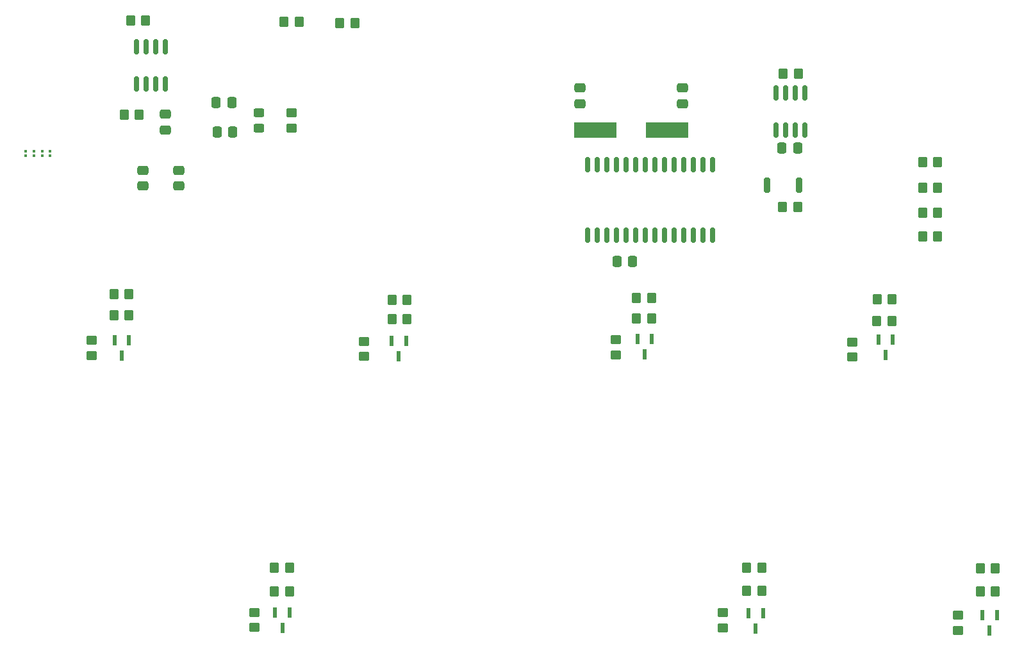
<source format=gbr>
%TF.GenerationSoftware,KiCad,Pcbnew,7.0.2-6a45011f42~172~ubuntu22.04.1*%
%TF.CreationDate,2023-04-27T13:30:21+02:00*%
%TF.ProjectId,Grup3_Tarda_Projecte_Netejaparabrises,47727570-335f-4546-9172-64615f50726f,1.4.27042023*%
%TF.SameCoordinates,Original*%
%TF.FileFunction,Paste,Top*%
%TF.FilePolarity,Positive*%
%FSLAX46Y46*%
G04 Gerber Fmt 4.6, Leading zero omitted, Abs format (unit mm)*
G04 Created by KiCad (PCBNEW 7.0.2-6a45011f42~172~ubuntu22.04.1) date 2023-04-27 13:30:21*
%MOMM*%
%LPD*%
G01*
G04 APERTURE LIST*
G04 Aperture macros list*
%AMRoundRect*
0 Rectangle with rounded corners*
0 $1 Rounding radius*
0 $2 $3 $4 $5 $6 $7 $8 $9 X,Y pos of 4 corners*
0 Add a 4 corners polygon primitive as box body*
4,1,4,$2,$3,$4,$5,$6,$7,$8,$9,$2,$3,0*
0 Add four circle primitives for the rounded corners*
1,1,$1+$1,$2,$3*
1,1,$1+$1,$4,$5*
1,1,$1+$1,$6,$7*
1,1,$1+$1,$8,$9*
0 Add four rect primitives between the rounded corners*
20,1,$1+$1,$2,$3,$4,$5,0*
20,1,$1+$1,$4,$5,$6,$7,0*
20,1,$1+$1,$6,$7,$8,$9,0*
20,1,$1+$1,$8,$9,$2,$3,0*%
G04 Aperture macros list end*
%ADD10RoundRect,0.250000X-0.350000X-0.450000X0.350000X-0.450000X0.350000X0.450000X-0.350000X0.450000X0*%
%ADD11RoundRect,0.250000X0.450000X-0.325000X0.450000X0.325000X-0.450000X0.325000X-0.450000X-0.325000X0*%
%ADD12RoundRect,0.250000X-0.337500X-0.475000X0.337500X-0.475000X0.337500X0.475000X-0.337500X0.475000X0*%
%ADD13RoundRect,0.150000X-0.150000X0.825000X-0.150000X-0.825000X0.150000X-0.825000X0.150000X0.825000X0*%
%ADD14R,0.400000X0.380000*%
%ADD15RoundRect,0.250000X0.350000X0.450000X-0.350000X0.450000X-0.350000X-0.450000X0.350000X-0.450000X0*%
%ADD16RoundRect,0.250000X0.450000X-0.350000X0.450000X0.350000X-0.450000X0.350000X-0.450000X-0.350000X0*%
%ADD17RoundRect,0.041300X-0.253700X0.618700X-0.253700X-0.618700X0.253700X-0.618700X0.253700X0.618700X0*%
%ADD18RoundRect,0.250000X-0.475000X0.337500X-0.475000X-0.337500X0.475000X-0.337500X0.475000X0.337500X0*%
%ADD19RoundRect,0.250000X0.337500X0.475000X-0.337500X0.475000X-0.337500X-0.475000X0.337500X-0.475000X0*%
%ADD20RoundRect,0.250000X0.475000X-0.337500X0.475000X0.337500X-0.475000X0.337500X-0.475000X-0.337500X0*%
%ADD21R,5.600000X2.100000*%
%ADD22RoundRect,0.200000X0.200000X0.800000X-0.200000X0.800000X-0.200000X-0.800000X0.200000X-0.800000X0*%
%ADD23RoundRect,0.150000X0.150000X-0.825000X0.150000X0.825000X-0.150000X0.825000X-0.150000X-0.825000X0*%
%ADD24RoundRect,0.150000X-0.150000X0.875000X-0.150000X-0.875000X0.150000X-0.875000X0.150000X0.875000X0*%
G04 APERTURE END LIST*
D10*
%TO.C,R25*%
X101800000Y-38350000D03*
X103800000Y-38350000D03*
%TD*%
D11*
%TO.C,D3*%
X91100000Y-52265000D03*
X91100000Y-50215000D03*
%TD*%
D12*
%TO.C,C3*%
X85565000Y-52750000D03*
X87640000Y-52750000D03*
%TD*%
D13*
%TO.C,U2*%
X78755000Y-41515000D03*
X77485000Y-41515000D03*
X76215000Y-41515000D03*
X74945000Y-41515000D03*
X74945000Y-46465000D03*
X76215000Y-46465000D03*
X77485000Y-46465000D03*
X78755000Y-46465000D03*
%TD*%
D10*
%TO.C,R24*%
X94419030Y-38245671D03*
X96419030Y-38245671D03*
%TD*%
%TO.C,R14*%
X140992500Y-74745000D03*
X142992500Y-74745000D03*
%TD*%
D14*
%TO.C,FL3*%
X62462862Y-55922624D03*
X62462862Y-55360624D03*
%TD*%
D15*
%TO.C,RSens1*%
X76150000Y-38040000D03*
X74150000Y-38040000D03*
%TD*%
D16*
%TO.C,R8*%
X69040000Y-82330000D03*
X69040000Y-80330000D03*
%TD*%
D10*
%TO.C,R15*%
X155550000Y-110375000D03*
X157550000Y-110375000D03*
%TD*%
D16*
%TO.C,R1*%
X95400000Y-52240000D03*
X95400000Y-50240000D03*
%TD*%
D17*
%TO.C,Q3*%
X95150000Y-116310000D03*
X93250000Y-116310000D03*
X94200000Y-118340000D03*
%TD*%
D15*
%TO.C,RBot2*%
X180790000Y-63487500D03*
X178790000Y-63487500D03*
%TD*%
D17*
%TO.C,Q4*%
X174840000Y-80245000D03*
X172940000Y-80245000D03*
X173890000Y-82275000D03*
%TD*%
D16*
%TO.C,R22*%
X183490000Y-118660000D03*
X183490000Y-116660000D03*
%TD*%
%TO.C,R13*%
X169510000Y-82515000D03*
X169510000Y-80515000D03*
%TD*%
D18*
%TO.C,C2*%
X80500000Y-57840000D03*
X80500000Y-59915000D03*
%TD*%
D10*
%TO.C,R16*%
X140982500Y-77460000D03*
X142982500Y-77460000D03*
%TD*%
D16*
%TO.C,R10*%
X90465000Y-118255000D03*
X90465000Y-116255000D03*
%TD*%
D18*
%TO.C,C1*%
X75790000Y-57860000D03*
X75790000Y-59935000D03*
%TD*%
%TO.C,CDesOpam1*%
X78700000Y-50440000D03*
X78700000Y-52515000D03*
%TD*%
D15*
%TO.C,RBot1*%
X180770000Y-66620000D03*
X178770000Y-66620000D03*
%TD*%
D10*
%TO.C,R23*%
X73300000Y-50490000D03*
X75300000Y-50490000D03*
%TD*%
%TO.C,R12*%
X172750000Y-77740000D03*
X174750000Y-77740000D03*
%TD*%
D17*
%TO.C,Q6*%
X157700000Y-116380000D03*
X155800000Y-116380000D03*
X156750000Y-118410000D03*
%TD*%
D10*
%TO.C,R3*%
X108670000Y-74985000D03*
X110670000Y-74985000D03*
%TD*%
%TO.C,R11*%
X172770000Y-74885000D03*
X174770000Y-74885000D03*
%TD*%
D19*
%TO.C,CDesacobMicro1*%
X140487500Y-69890000D03*
X138412500Y-69890000D03*
%TD*%
D16*
%TO.C,R18*%
X138232500Y-82210000D03*
X138232500Y-80210000D03*
%TD*%
D20*
%TO.C,CClock1*%
X147080000Y-49027500D03*
X147080000Y-46952500D03*
%TD*%
D21*
%TO.C,Y1*%
X145030000Y-52540000D03*
X135530000Y-52540000D03*
%TD*%
D10*
%TO.C,R5*%
X71930000Y-76980000D03*
X73930000Y-76980000D03*
%TD*%
D16*
%TO.C,R19*%
X152430000Y-118325000D03*
X152430000Y-116325000D03*
%TD*%
D10*
%TO.C,R7*%
X93125000Y-113450000D03*
X95125000Y-113450000D03*
%TD*%
%TO.C,RReset1*%
X160260000Y-62730000D03*
X162260000Y-62730000D03*
%TD*%
%TO.C,R6*%
X108670000Y-77485000D03*
X110670000Y-77485000D03*
%TD*%
D15*
%TO.C,Rterm1*%
X162365000Y-45065000D03*
X160365000Y-45065000D03*
%TD*%
D17*
%TO.C,Q7*%
X188600000Y-116625000D03*
X186700000Y-116625000D03*
X187650000Y-118655000D03*
%TD*%
D20*
%TO.C,CClock2*%
X133480000Y-49027500D03*
X133480000Y-46952500D03*
%TD*%
D15*
%TO.C,RBot4*%
X180790000Y-56737500D03*
X178790000Y-56737500D03*
%TD*%
D14*
%TO.C,FL2*%
X61382862Y-55922624D03*
X61382862Y-55360624D03*
%TD*%
D17*
%TO.C,Q1*%
X73920000Y-80335000D03*
X72020000Y-80335000D03*
X72970000Y-82365000D03*
%TD*%
%TO.C,Q2*%
X110530000Y-80420000D03*
X108630000Y-80420000D03*
X109580000Y-82450000D03*
%TD*%
%TO.C,Q5*%
X143022500Y-80095000D03*
X141122500Y-80095000D03*
X142072500Y-82125000D03*
%TD*%
D14*
%TO.C,FL1*%
X60314862Y-55923624D03*
X60314862Y-55361624D03*
%TD*%
D10*
%TO.C,R2*%
X71940000Y-74220000D03*
X73940000Y-74220000D03*
%TD*%
D22*
%TO.C,SWReset1*%
X162460000Y-59780000D03*
X158260000Y-59780000D03*
%TD*%
D15*
%TO.C,RBot3*%
X180790000Y-60187500D03*
X178790000Y-60187500D03*
%TD*%
D10*
%TO.C,R20*%
X186400000Y-110405000D03*
X188400000Y-110405000D03*
%TD*%
%TO.C,R4*%
X93150000Y-110340000D03*
X95150000Y-110340000D03*
%TD*%
D14*
%TO.C,FL4*%
X63522862Y-55922624D03*
X63522862Y-55360624D03*
%TD*%
D10*
%TO.C,R21*%
X186400000Y-113515000D03*
X188400000Y-113515000D03*
%TD*%
%TO.C,R17*%
X155550000Y-113440000D03*
X157550000Y-113440000D03*
%TD*%
D19*
%TO.C,CDesacobCan1*%
X162287500Y-54890000D03*
X160212500Y-54890000D03*
%TD*%
D23*
%TO.C,U1*%
X159460000Y-52540000D03*
X160730000Y-52540000D03*
X162000000Y-52540000D03*
X163270000Y-52540000D03*
X163270000Y-47590000D03*
X162000000Y-47590000D03*
X160730000Y-47590000D03*
X159460000Y-47590000D03*
%TD*%
D12*
%TO.C,C4*%
X85462500Y-48890000D03*
X87537500Y-48890000D03*
%TD*%
D24*
%TO.C,IC2*%
X151060000Y-57140000D03*
X149790000Y-57140000D03*
X148520000Y-57140000D03*
X147250000Y-57140000D03*
X145980000Y-57140000D03*
X144710000Y-57140000D03*
X143440000Y-57140000D03*
X142170000Y-57140000D03*
X140900000Y-57140000D03*
X139630000Y-57140000D03*
X138360000Y-57140000D03*
X137090000Y-57140000D03*
X135820000Y-57140000D03*
X134550000Y-57140000D03*
X134550000Y-66440000D03*
X135820000Y-66440000D03*
X137090000Y-66440000D03*
X138360000Y-66440000D03*
X139630000Y-66440000D03*
X140900000Y-66440000D03*
X142170000Y-66440000D03*
X143440000Y-66440000D03*
X144710000Y-66440000D03*
X145980000Y-66440000D03*
X147250000Y-66440000D03*
X148520000Y-66440000D03*
X149790000Y-66440000D03*
X151060000Y-66440000D03*
%TD*%
D16*
%TO.C,R9*%
X105000000Y-82440000D03*
X105000000Y-80440000D03*
%TD*%
M02*

</source>
